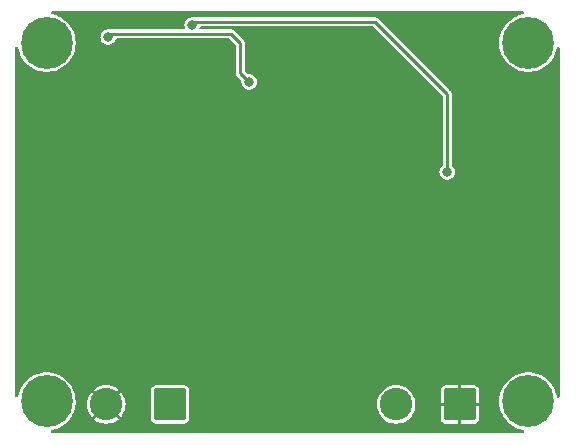
<source format=gbr>
%TF.GenerationSoftware,KiCad,Pcbnew,6.0.10-86aedd382b~118~ubuntu20.04.1*%
%TF.CreationDate,2024-03-04T22:47:07-05:00*%
%TF.ProjectId,cold-start-power-supply,636f6c64-2d73-4746-9172-742d706f7765,rev?*%
%TF.SameCoordinates,Original*%
%TF.FileFunction,Copper,L2,Bot*%
%TF.FilePolarity,Positive*%
%FSLAX46Y46*%
G04 Gerber Fmt 4.6, Leading zero omitted, Abs format (unit mm)*
G04 Created by KiCad (PCBNEW 6.0.10-86aedd382b~118~ubuntu20.04.1) date 2024-03-04 22:47:07*
%MOMM*%
%LPD*%
G01*
G04 APERTURE LIST*
G04 Aperture macros list*
%AMRoundRect*
0 Rectangle with rounded corners*
0 $1 Rounding radius*
0 $2 $3 $4 $5 $6 $7 $8 $9 X,Y pos of 4 corners*
0 Add a 4 corners polygon primitive as box body*
4,1,4,$2,$3,$4,$5,$6,$7,$8,$9,$2,$3,0*
0 Add four circle primitives for the rounded corners*
1,1,$1+$1,$2,$3*
1,1,$1+$1,$4,$5*
1,1,$1+$1,$6,$7*
1,1,$1+$1,$8,$9*
0 Add four rect primitives between the rounded corners*
20,1,$1+$1,$2,$3,$4,$5,0*
20,1,$1+$1,$4,$5,$6,$7,0*
20,1,$1+$1,$6,$7,$8,$9,0*
20,1,$1+$1,$8,$9,$2,$3,0*%
G04 Aperture macros list end*
%TA.AperFunction,ComponentPad*%
%ADD10RoundRect,0.250000X1.125000X1.125000X-1.125000X1.125000X-1.125000X-1.125000X1.125000X-1.125000X0*%
%TD*%
%TA.AperFunction,ComponentPad*%
%ADD11C,2.750000*%
%TD*%
%TA.AperFunction,ComponentPad*%
%ADD12C,0.700000*%
%TD*%
%TA.AperFunction,ComponentPad*%
%ADD13C,4.400000*%
%TD*%
%TA.AperFunction,ViaPad*%
%ADD14C,0.800000*%
%TD*%
%TA.AperFunction,Conductor*%
%ADD15C,0.250000*%
%TD*%
G04 APERTURE END LIST*
D10*
%TO.P,J1,1,Pin_1*%
%TO.N,GND*%
X148402000Y-110871000D03*
D11*
%TO.P,J1,2,Pin_2*%
%TO.N,/VIN*%
X143002000Y-110871000D03*
%TD*%
D12*
%TO.P,H4,1*%
%TO.N,N/C*%
X153011274Y-109450274D03*
X155344726Y-109450274D03*
X154178000Y-108967000D03*
X155344726Y-111783726D03*
X155828000Y-110617000D03*
X154178000Y-112267000D03*
D13*
X154178000Y-110617000D03*
D12*
X152528000Y-110617000D03*
X153011274Y-111783726D03*
%TD*%
%TO.P,H1,1*%
%TO.N,N/C*%
X111761000Y-80264000D03*
X112244274Y-81430726D03*
X115061000Y-80264000D03*
D13*
X113411000Y-80264000D03*
D12*
X114577726Y-79097274D03*
X112244274Y-79097274D03*
X113411000Y-78614000D03*
X113411000Y-81914000D03*
X114577726Y-81430726D03*
%TD*%
D10*
%TO.P,J2,1,Pin_1*%
%TO.N,/VOUT*%
X123858000Y-110871000D03*
D11*
%TO.P,J2,2,Pin_2*%
%TO.N,GND*%
X118458000Y-110871000D03*
%TD*%
D12*
%TO.P,H3,1*%
%TO.N,N/C*%
X115061000Y-110617000D03*
X112244274Y-109450274D03*
X113411000Y-112267000D03*
X111761000Y-110617000D03*
X114577726Y-111783726D03*
D13*
X113411000Y-110617000D03*
D12*
X113411000Y-108967000D03*
X114577726Y-109450274D03*
X112244274Y-111783726D03*
%TD*%
%TO.P,H2,1*%
%TO.N,N/C*%
X153011274Y-81430726D03*
X153011274Y-79097274D03*
X155344726Y-81430726D03*
X155828000Y-80264000D03*
D13*
X154178000Y-80264000D03*
D12*
X154178000Y-81914000D03*
X152528000Y-80264000D03*
X155344726Y-79097274D03*
X154178000Y-78614000D03*
%TD*%
D14*
%TO.N,GND*%
X114554000Y-98044000D03*
X116840000Y-104902000D03*
X114554000Y-99060000D03*
X114554000Y-101473000D03*
X138684000Y-80010000D03*
X114935000Y-88392000D03*
X139446000Y-101473000D03*
X133604000Y-105664000D03*
X139446000Y-98044000D03*
X114935000Y-90170000D03*
X135128000Y-105664000D03*
X149098000Y-86360000D03*
X128778000Y-81788000D03*
X138684000Y-83439000D03*
X153416000Y-86360000D03*
X153924000Y-88392000D03*
X125095000Y-88011000D03*
X132080000Y-105664000D03*
X139446000Y-100330000D03*
X128778000Y-80645000D03*
X115697000Y-104902000D03*
X122174000Y-83058000D03*
X152273000Y-86360000D03*
X138811000Y-105664000D03*
X138684000Y-84582000D03*
X128778000Y-82931000D03*
X122174000Y-81788000D03*
X114554000Y-104902000D03*
X114554000Y-102616000D03*
X119761000Y-88011000D03*
X114554000Y-94488000D03*
X114554000Y-95504000D03*
X138684000Y-82296000D03*
X128016000Y-106807000D03*
X122174000Y-80645000D03*
X139446000Y-99187000D03*
X153924000Y-89535000D03*
X114554000Y-96520000D03*
X151130000Y-86360000D03*
X128016000Y-105664000D03*
X114935000Y-84836000D03*
X153924000Y-87249000D03*
X114554000Y-100076000D03*
X138684000Y-81153000D03*
X114554000Y-103759000D03*
X128016000Y-107950000D03*
X150114000Y-86360000D03*
X120777000Y-88011000D03*
X124079000Y-88011000D03*
%TO.N,/VIN*%
X125730000Y-78740000D03*
X147320000Y-91186000D03*
%TO.N,/SOURCE*%
X130556000Y-83566000D03*
X118618000Y-79756000D03*
%TD*%
D15*
%TO.N,/VIN*%
X125984000Y-78486000D02*
X125730000Y-78740000D01*
X147320000Y-91186000D02*
X147320000Y-84582000D01*
X147320000Y-84582000D02*
X141732000Y-78994000D01*
X141224000Y-78486000D02*
X125984000Y-78486000D01*
X141732000Y-78994000D02*
X141224000Y-78486000D01*
%TO.N,/SOURCE*%
X129794000Y-82550000D02*
X129794000Y-80264000D01*
X130556000Y-83566000D02*
X129794000Y-82804000D01*
X118872000Y-79502000D02*
X118618000Y-79756000D01*
X129032000Y-79502000D02*
X118872000Y-79502000D01*
X129794000Y-82804000D02*
X129794000Y-82550000D01*
X129794000Y-80264000D02*
X129032000Y-79502000D01*
%TD*%
%TA.AperFunction,Conductor*%
%TO.N,GND*%
G36*
X153767935Y-77617502D02*
G01*
X153814428Y-77671158D01*
X153824532Y-77741432D01*
X153795038Y-77806012D01*
X153735312Y-77844396D01*
X153723416Y-77847270D01*
X153721101Y-77847712D01*
X153717163Y-77848209D01*
X153418018Y-77925016D01*
X153130858Y-78038711D01*
X153127399Y-78040612D01*
X153127396Y-78040614D01*
X153016318Y-78101680D01*
X152860213Y-78187500D01*
X152857009Y-78189828D01*
X152857004Y-78189831D01*
X152613553Y-78366708D01*
X152610349Y-78369036D01*
X152385209Y-78580457D01*
X152188342Y-78818429D01*
X152022853Y-79079198D01*
X151891351Y-79358652D01*
X151795912Y-79652384D01*
X151738040Y-79955761D01*
X151718647Y-80264000D01*
X151738040Y-80572239D01*
X151795912Y-80875616D01*
X151891351Y-81169348D01*
X152022853Y-81448802D01*
X152188342Y-81709571D01*
X152385209Y-81947543D01*
X152610349Y-82158964D01*
X152613551Y-82161291D01*
X152613553Y-82161292D01*
X152857004Y-82338169D01*
X152857009Y-82338172D01*
X152860213Y-82340500D01*
X153130858Y-82489289D01*
X153418018Y-82602984D01*
X153717163Y-82679791D01*
X154023576Y-82718500D01*
X154332424Y-82718500D01*
X154638837Y-82679791D01*
X154937982Y-82602984D01*
X155225142Y-82489289D01*
X155495787Y-82340500D01*
X155498991Y-82338172D01*
X155498996Y-82338169D01*
X155742447Y-82161292D01*
X155742449Y-82161291D01*
X155745651Y-82158964D01*
X155970791Y-81947543D01*
X156167658Y-81709571D01*
X156333147Y-81448802D01*
X156464649Y-81169348D01*
X156560088Y-80875616D01*
X156594732Y-80694005D01*
X156627144Y-80630839D01*
X156688561Y-80595224D01*
X156759484Y-80598467D01*
X156817394Y-80639538D01*
X156843906Y-80705399D01*
X156844500Y-80717615D01*
X156844500Y-110163385D01*
X156824498Y-110231506D01*
X156770842Y-110277999D01*
X156700568Y-110288103D01*
X156635988Y-110258609D01*
X156597604Y-110198883D01*
X156594732Y-110186995D01*
X156590228Y-110163385D01*
X156560088Y-110005384D01*
X156464649Y-109711652D01*
X156333147Y-109432198D01*
X156323914Y-109417648D01*
X156221453Y-109256197D01*
X156167658Y-109171429D01*
X155970791Y-108933457D01*
X155745651Y-108722036D01*
X155742447Y-108719708D01*
X155498996Y-108542831D01*
X155498991Y-108542828D01*
X155495787Y-108540500D01*
X155225142Y-108391711D01*
X154937982Y-108278016D01*
X154638837Y-108201209D01*
X154332424Y-108162500D01*
X154023576Y-108162500D01*
X153717163Y-108201209D01*
X153418018Y-108278016D01*
X153130858Y-108391711D01*
X152860213Y-108540500D01*
X152857009Y-108542828D01*
X152857004Y-108542831D01*
X152613553Y-108719708D01*
X152610349Y-108722036D01*
X152385209Y-108933457D01*
X152188342Y-109171429D01*
X152134547Y-109256197D01*
X152032087Y-109417648D01*
X152022853Y-109432198D01*
X151891351Y-109711652D01*
X151795912Y-110005384D01*
X151738040Y-110308761D01*
X151718647Y-110617000D01*
X151738040Y-110925239D01*
X151795912Y-111228616D01*
X151891351Y-111522348D01*
X152022853Y-111801802D01*
X152024971Y-111805140D01*
X152024973Y-111805143D01*
X152044066Y-111835228D01*
X152188342Y-112062571D01*
X152385209Y-112300543D01*
X152610349Y-112511964D01*
X152613551Y-112514291D01*
X152613553Y-112514292D01*
X152857004Y-112691169D01*
X152857009Y-112691172D01*
X152860213Y-112693500D01*
X153130858Y-112842289D01*
X153418018Y-112955984D01*
X153717163Y-113032791D01*
X153721101Y-113033288D01*
X153723416Y-113033730D01*
X153786584Y-113066138D01*
X153822203Y-113127553D01*
X153818965Y-113198476D01*
X153777897Y-113256389D01*
X153712038Y-113282906D01*
X153699814Y-113283500D01*
X113889186Y-113283500D01*
X113821065Y-113263498D01*
X113774572Y-113209842D01*
X113764468Y-113139568D01*
X113793962Y-113074988D01*
X113853688Y-113036604D01*
X113865584Y-113033730D01*
X113867899Y-113033288D01*
X113871837Y-113032791D01*
X114170982Y-112955984D01*
X114458142Y-112842289D01*
X114728787Y-112693500D01*
X114731991Y-112691172D01*
X114731996Y-112691169D01*
X114975447Y-112514292D01*
X114975449Y-112514291D01*
X114978651Y-112511964D01*
X115203791Y-112300543D01*
X115361505Y-112109899D01*
X117404851Y-112109899D01*
X117411638Y-112119600D01*
X117493772Y-112189748D01*
X117501754Y-112195548D01*
X117711943Y-112324352D01*
X117720737Y-112328833D01*
X117948482Y-112423168D01*
X117957867Y-112426217D01*
X118197567Y-112483764D01*
X118207314Y-112485307D01*
X118453070Y-112504649D01*
X118462930Y-112504649D01*
X118708686Y-112485307D01*
X118718433Y-112483764D01*
X118958133Y-112426217D01*
X118967518Y-112423168D01*
X119195263Y-112328833D01*
X119204057Y-112324352D01*
X119414246Y-112195548D01*
X119422228Y-112189748D01*
X119502792Y-112120941D01*
X119511222Y-112108027D01*
X119505215Y-112097820D01*
X119451151Y-112043756D01*
X122228500Y-112043756D01*
X122235202Y-112105448D01*
X122285929Y-112240764D01*
X122291309Y-112247943D01*
X122291311Y-112247946D01*
X122332762Y-112303254D01*
X122372596Y-112356404D01*
X122379776Y-112361785D01*
X122481054Y-112437689D01*
X122481057Y-112437691D01*
X122488236Y-112443071D01*
X122577954Y-112476704D01*
X122616157Y-112491026D01*
X122616159Y-112491026D01*
X122623552Y-112493798D01*
X122631402Y-112494651D01*
X122631403Y-112494651D01*
X122680632Y-112499999D01*
X122685244Y-112500500D01*
X125030756Y-112500500D01*
X125035368Y-112499999D01*
X125084597Y-112494651D01*
X125084598Y-112494651D01*
X125092448Y-112493798D01*
X125099841Y-112491026D01*
X125099843Y-112491026D01*
X125138046Y-112476704D01*
X125227764Y-112443071D01*
X125234943Y-112437691D01*
X125234946Y-112437689D01*
X125336224Y-112361785D01*
X125343404Y-112356404D01*
X125383238Y-112303254D01*
X125424689Y-112247946D01*
X125424691Y-112247943D01*
X125430071Y-112240764D01*
X125480798Y-112105448D01*
X125487500Y-112043756D01*
X125487500Y-110871000D01*
X141367461Y-110871000D01*
X141387585Y-111126698D01*
X141447461Y-111376100D01*
X141449354Y-111380671D01*
X141449355Y-111380673D01*
X141506476Y-111518574D01*
X141545615Y-111613065D01*
X141679630Y-111831758D01*
X141846206Y-112026794D01*
X142041242Y-112193370D01*
X142259935Y-112327385D01*
X142264505Y-112329278D01*
X142264509Y-112329280D01*
X142492327Y-112423645D01*
X142496900Y-112425539D01*
X142569926Y-112443071D01*
X142741489Y-112484260D01*
X142741495Y-112484261D01*
X142746302Y-112485415D01*
X143002000Y-112505539D01*
X143257698Y-112485415D01*
X143262505Y-112484261D01*
X143262511Y-112484260D01*
X143434074Y-112443071D01*
X143507100Y-112425539D01*
X143511673Y-112423645D01*
X143739491Y-112329280D01*
X143739495Y-112329278D01*
X143744065Y-112327385D01*
X143962758Y-112193370D01*
X144141990Y-112040292D01*
X146773001Y-112040292D01*
X146773370Y-112047110D01*
X146778841Y-112097482D01*
X146782470Y-112112741D01*
X146827222Y-112232118D01*
X146835754Y-112247704D01*
X146911572Y-112348867D01*
X146924133Y-112361428D01*
X147025296Y-112437246D01*
X147040882Y-112445778D01*
X147160265Y-112490533D01*
X147175510Y-112494158D01*
X147225892Y-112499631D01*
X147232706Y-112500000D01*
X148256885Y-112500000D01*
X148272124Y-112495525D01*
X148273329Y-112494135D01*
X148275000Y-112486452D01*
X148275000Y-112481884D01*
X148529000Y-112481884D01*
X148533475Y-112497123D01*
X148534865Y-112498328D01*
X148542548Y-112499999D01*
X149571292Y-112499999D01*
X149578110Y-112499630D01*
X149628482Y-112494159D01*
X149643741Y-112490530D01*
X149763118Y-112445778D01*
X149778704Y-112437246D01*
X149879867Y-112361428D01*
X149892428Y-112348867D01*
X149968246Y-112247704D01*
X149976778Y-112232118D01*
X150021533Y-112112735D01*
X150025158Y-112097490D01*
X150030631Y-112047108D01*
X150031000Y-112040294D01*
X150031000Y-111016115D01*
X150026525Y-111000876D01*
X150025135Y-110999671D01*
X150017452Y-110998000D01*
X148547115Y-110998000D01*
X148531876Y-111002475D01*
X148530671Y-111003865D01*
X148529000Y-111011548D01*
X148529000Y-112481884D01*
X148275000Y-112481884D01*
X148275000Y-111016115D01*
X148270525Y-111000876D01*
X148269135Y-110999671D01*
X148261452Y-110998000D01*
X146791116Y-110998000D01*
X146775877Y-111002475D01*
X146774672Y-111003865D01*
X146773001Y-111011548D01*
X146773001Y-112040292D01*
X144141990Y-112040292D01*
X144157794Y-112026794D01*
X144324370Y-111831758D01*
X144458385Y-111613065D01*
X144497525Y-111518574D01*
X144554645Y-111380673D01*
X144554646Y-111380671D01*
X144556539Y-111376100D01*
X144616415Y-111126698D01*
X144636539Y-110871000D01*
X144625118Y-110725885D01*
X146773000Y-110725885D01*
X146777475Y-110741124D01*
X146778865Y-110742329D01*
X146786548Y-110744000D01*
X148256885Y-110744000D01*
X148272124Y-110739525D01*
X148273329Y-110738135D01*
X148275000Y-110730452D01*
X148275000Y-110725885D01*
X148529000Y-110725885D01*
X148533475Y-110741124D01*
X148534865Y-110742329D01*
X148542548Y-110744000D01*
X150012884Y-110744000D01*
X150028123Y-110739525D01*
X150029328Y-110738135D01*
X150030999Y-110730452D01*
X150030999Y-109701708D01*
X150030630Y-109694890D01*
X150025159Y-109644518D01*
X150021530Y-109629259D01*
X149976778Y-109509882D01*
X149968246Y-109494296D01*
X149892428Y-109393133D01*
X149879867Y-109380572D01*
X149778704Y-109304754D01*
X149763118Y-109296222D01*
X149643735Y-109251467D01*
X149628490Y-109247842D01*
X149578108Y-109242369D01*
X149571294Y-109242000D01*
X148547115Y-109242000D01*
X148531876Y-109246475D01*
X148530671Y-109247865D01*
X148529000Y-109255548D01*
X148529000Y-110725885D01*
X148275000Y-110725885D01*
X148275000Y-109260116D01*
X148270525Y-109244877D01*
X148269135Y-109243672D01*
X148261452Y-109242001D01*
X147232708Y-109242001D01*
X147225890Y-109242370D01*
X147175518Y-109247841D01*
X147160259Y-109251470D01*
X147040882Y-109296222D01*
X147025296Y-109304754D01*
X146924133Y-109380572D01*
X146911572Y-109393133D01*
X146835754Y-109494296D01*
X146827222Y-109509882D01*
X146782467Y-109629265D01*
X146778842Y-109644510D01*
X146773369Y-109694892D01*
X146773000Y-109701706D01*
X146773000Y-110725885D01*
X144625118Y-110725885D01*
X144616415Y-110615302D01*
X144556539Y-110365900D01*
X144534513Y-110312724D01*
X144460280Y-110133509D01*
X144460278Y-110133505D01*
X144458385Y-110128935D01*
X144324370Y-109910242D01*
X144157794Y-109715206D01*
X143962758Y-109548630D01*
X143744065Y-109414615D01*
X143739495Y-109412722D01*
X143739491Y-109412720D01*
X143511673Y-109318355D01*
X143511671Y-109318354D01*
X143507100Y-109316461D01*
X143420607Y-109295696D01*
X143262511Y-109257740D01*
X143262505Y-109257739D01*
X143257698Y-109256585D01*
X143002000Y-109236461D01*
X142746302Y-109256585D01*
X142741495Y-109257739D01*
X142741489Y-109257740D01*
X142583393Y-109295696D01*
X142496900Y-109316461D01*
X142492329Y-109318354D01*
X142492327Y-109318355D01*
X142264509Y-109412720D01*
X142264505Y-109412722D01*
X142259935Y-109414615D01*
X142041242Y-109548630D01*
X141846206Y-109715206D01*
X141679630Y-109910242D01*
X141545615Y-110128935D01*
X141543722Y-110133505D01*
X141543720Y-110133509D01*
X141469487Y-110312724D01*
X141447461Y-110365900D01*
X141387585Y-110615302D01*
X141367461Y-110871000D01*
X125487500Y-110871000D01*
X125487500Y-109698244D01*
X125480798Y-109636552D01*
X125430071Y-109501236D01*
X125424691Y-109494057D01*
X125424689Y-109494054D01*
X125348785Y-109392776D01*
X125343404Y-109385596D01*
X125254321Y-109318832D01*
X125234946Y-109304311D01*
X125234943Y-109304309D01*
X125227764Y-109298929D01*
X125101166Y-109251470D01*
X125099843Y-109250974D01*
X125099841Y-109250974D01*
X125092448Y-109248202D01*
X125084598Y-109247349D01*
X125084597Y-109247349D01*
X125034153Y-109241869D01*
X125034152Y-109241869D01*
X125030756Y-109241500D01*
X122685244Y-109241500D01*
X122681848Y-109241869D01*
X122681847Y-109241869D01*
X122631403Y-109247349D01*
X122631402Y-109247349D01*
X122623552Y-109248202D01*
X122616159Y-109250974D01*
X122616157Y-109250974D01*
X122614834Y-109251470D01*
X122488236Y-109298929D01*
X122481057Y-109304309D01*
X122481054Y-109304311D01*
X122461679Y-109318832D01*
X122372596Y-109385596D01*
X122367215Y-109392776D01*
X122291311Y-109494054D01*
X122291309Y-109494057D01*
X122285929Y-109501236D01*
X122235202Y-109636552D01*
X122228500Y-109698244D01*
X122228500Y-112043756D01*
X119451151Y-112043756D01*
X118470812Y-111063417D01*
X118456868Y-111055803D01*
X118455035Y-111055934D01*
X118448420Y-111060185D01*
X117412243Y-112096362D01*
X117404851Y-112109899D01*
X115361505Y-112109899D01*
X115400658Y-112062571D01*
X115544934Y-111835228D01*
X115564027Y-111805143D01*
X115564029Y-111805140D01*
X115566147Y-111801802D01*
X115697649Y-111522348D01*
X115793088Y-111228616D01*
X115850960Y-110925239D01*
X115854062Y-110875930D01*
X116824351Y-110875930D01*
X116843693Y-111121686D01*
X116845236Y-111131433D01*
X116902783Y-111371133D01*
X116905832Y-111380518D01*
X117000167Y-111608263D01*
X117004648Y-111617057D01*
X117133452Y-111827246D01*
X117139252Y-111835228D01*
X117208059Y-111915792D01*
X117220973Y-111924222D01*
X117231180Y-111918215D01*
X118265583Y-110883812D01*
X118271961Y-110872132D01*
X118642803Y-110872132D01*
X118642934Y-110873965D01*
X118647185Y-110880580D01*
X119683362Y-111916757D01*
X119696899Y-111924149D01*
X119706600Y-111917362D01*
X119776748Y-111835228D01*
X119782548Y-111827246D01*
X119911352Y-111617057D01*
X119915833Y-111608263D01*
X120010168Y-111380518D01*
X120013217Y-111371133D01*
X120070764Y-111131433D01*
X120072307Y-111121686D01*
X120091649Y-110875930D01*
X120091649Y-110866070D01*
X120072307Y-110620314D01*
X120070764Y-110610567D01*
X120013217Y-110370867D01*
X120010168Y-110361482D01*
X119915833Y-110133737D01*
X119911352Y-110124943D01*
X119782548Y-109914754D01*
X119776748Y-109906772D01*
X119707941Y-109826208D01*
X119695027Y-109817778D01*
X119684820Y-109823785D01*
X118650417Y-110858188D01*
X118642803Y-110872132D01*
X118271961Y-110872132D01*
X118273197Y-110869868D01*
X118273066Y-110868035D01*
X118268815Y-110861420D01*
X117232638Y-109825243D01*
X117219101Y-109817851D01*
X117209400Y-109824638D01*
X117139252Y-109906772D01*
X117133452Y-109914754D01*
X117004648Y-110124943D01*
X117000167Y-110133737D01*
X116905832Y-110361482D01*
X116902783Y-110370867D01*
X116845236Y-110610567D01*
X116843693Y-110620314D01*
X116824351Y-110866070D01*
X116824351Y-110875930D01*
X115854062Y-110875930D01*
X115870353Y-110617000D01*
X115850960Y-110308761D01*
X115793088Y-110005384D01*
X115697649Y-109711652D01*
X115661096Y-109633973D01*
X117404778Y-109633973D01*
X117410785Y-109644180D01*
X118445188Y-110678583D01*
X118459132Y-110686197D01*
X118460965Y-110686066D01*
X118467580Y-110681815D01*
X119503757Y-109645638D01*
X119511149Y-109632101D01*
X119504362Y-109622400D01*
X119422228Y-109552252D01*
X119414246Y-109546452D01*
X119204057Y-109417648D01*
X119195263Y-109413167D01*
X118967518Y-109318832D01*
X118958133Y-109315783D01*
X118718433Y-109258236D01*
X118708686Y-109256693D01*
X118462930Y-109237351D01*
X118453070Y-109237351D01*
X118207314Y-109256693D01*
X118197567Y-109258236D01*
X117957867Y-109315783D01*
X117948482Y-109318832D01*
X117720737Y-109413167D01*
X117711943Y-109417648D01*
X117501754Y-109546452D01*
X117493772Y-109552252D01*
X117413208Y-109621059D01*
X117404778Y-109633973D01*
X115661096Y-109633973D01*
X115566147Y-109432198D01*
X115556914Y-109417648D01*
X115454453Y-109256197D01*
X115400658Y-109171429D01*
X115203791Y-108933457D01*
X114978651Y-108722036D01*
X114975447Y-108719708D01*
X114731996Y-108542831D01*
X114731991Y-108542828D01*
X114728787Y-108540500D01*
X114458142Y-108391711D01*
X114170982Y-108278016D01*
X113871837Y-108201209D01*
X113565424Y-108162500D01*
X113256576Y-108162500D01*
X112950163Y-108201209D01*
X112651018Y-108278016D01*
X112363858Y-108391711D01*
X112093213Y-108540500D01*
X112090009Y-108542828D01*
X112090004Y-108542831D01*
X111846553Y-108719708D01*
X111843349Y-108722036D01*
X111618209Y-108933457D01*
X111421342Y-109171429D01*
X111367547Y-109256197D01*
X111265087Y-109417648D01*
X111255853Y-109432198D01*
X111124351Y-109711652D01*
X111028912Y-110005384D01*
X110998772Y-110163385D01*
X110994268Y-110186995D01*
X110961856Y-110250161D01*
X110900439Y-110285776D01*
X110829516Y-110282533D01*
X110771606Y-110241462D01*
X110745094Y-110175601D01*
X110744500Y-110163385D01*
X110744500Y-80717615D01*
X110764502Y-80649494D01*
X110818158Y-80603001D01*
X110888432Y-80592897D01*
X110953012Y-80622391D01*
X110991396Y-80682117D01*
X110994268Y-80694005D01*
X111028912Y-80875616D01*
X111124351Y-81169348D01*
X111255853Y-81448802D01*
X111421342Y-81709571D01*
X111618209Y-81947543D01*
X111843349Y-82158964D01*
X111846551Y-82161291D01*
X111846553Y-82161292D01*
X112090004Y-82338169D01*
X112090009Y-82338172D01*
X112093213Y-82340500D01*
X112363858Y-82489289D01*
X112651018Y-82602984D01*
X112950163Y-82679791D01*
X113256576Y-82718500D01*
X113565424Y-82718500D01*
X113871837Y-82679791D01*
X114170982Y-82602984D01*
X114458142Y-82489289D01*
X114728787Y-82340500D01*
X114731991Y-82338172D01*
X114731996Y-82338169D01*
X114975447Y-82161292D01*
X114975449Y-82161291D01*
X114978651Y-82158964D01*
X115203791Y-81947543D01*
X115400658Y-81709571D01*
X115566147Y-81448802D01*
X115697649Y-81169348D01*
X115793088Y-80875616D01*
X115850960Y-80572239D01*
X115870353Y-80264000D01*
X115850960Y-79955761D01*
X115811537Y-79749096D01*
X117958729Y-79749096D01*
X117959563Y-79756646D01*
X117974116Y-79888462D01*
X117976113Y-79906553D01*
X117978723Y-79913684D01*
X117978723Y-79913686D01*
X118024396Y-80038493D01*
X118030553Y-80055319D01*
X118034789Y-80061622D01*
X118034789Y-80061623D01*
X118093106Y-80148407D01*
X118118908Y-80186805D01*
X118124527Y-80191918D01*
X118124528Y-80191919D01*
X118212294Y-80271779D01*
X118236076Y-80293419D01*
X118375293Y-80369008D01*
X118528522Y-80409207D01*
X118612477Y-80410526D01*
X118679319Y-80411576D01*
X118679322Y-80411576D01*
X118686916Y-80411695D01*
X118841332Y-80376329D01*
X118911742Y-80340917D01*
X118976072Y-80308563D01*
X118976075Y-80308561D01*
X118982855Y-80305151D01*
X118988626Y-80300222D01*
X118988629Y-80300220D01*
X119097536Y-80207204D01*
X119097536Y-80207203D01*
X119103314Y-80202269D01*
X119195755Y-80073624D01*
X119241230Y-79960503D01*
X119285197Y-79904759D01*
X119358137Y-79881500D01*
X128822616Y-79881500D01*
X128890737Y-79901502D01*
X128911711Y-79918405D01*
X129377595Y-80384289D01*
X129411621Y-80446601D01*
X129414500Y-80473384D01*
X129414500Y-82750080D01*
X129411951Y-82774028D01*
X129411872Y-82775693D01*
X129409680Y-82785876D01*
X129410904Y-82796217D01*
X129413627Y-82819223D01*
X129413977Y-82825154D01*
X129414072Y-82825146D01*
X129414500Y-82830324D01*
X129414500Y-82835524D01*
X129415354Y-82840653D01*
X129415354Y-82840656D01*
X129417669Y-82854565D01*
X129418506Y-82860443D01*
X129424530Y-82911341D01*
X129428493Y-82919593D01*
X129429996Y-82928626D01*
X129434943Y-82937795D01*
X129434944Y-82937797D01*
X129454334Y-82973732D01*
X129457031Y-82979025D01*
X129475785Y-83018082D01*
X129475788Y-83018086D01*
X129479219Y-83025232D01*
X129482814Y-83029508D01*
X129484737Y-83031431D01*
X129486509Y-83033363D01*
X129486552Y-83033442D01*
X129486428Y-83033555D01*
X129486904Y-83034095D01*
X129489990Y-83039814D01*
X129497635Y-83046881D01*
X129529586Y-83076416D01*
X129533152Y-83079846D01*
X129866249Y-83412943D01*
X129900275Y-83475255D01*
X129902076Y-83518482D01*
X129896729Y-83559096D01*
X129914113Y-83716553D01*
X129968553Y-83865319D01*
X130056908Y-83996805D01*
X130062527Y-84001918D01*
X130062528Y-84001919D01*
X130073903Y-84012269D01*
X130174076Y-84103419D01*
X130313293Y-84179008D01*
X130466522Y-84219207D01*
X130550477Y-84220526D01*
X130617319Y-84221576D01*
X130617322Y-84221576D01*
X130624916Y-84221695D01*
X130779332Y-84186329D01*
X130849742Y-84150917D01*
X130914072Y-84118563D01*
X130914075Y-84118561D01*
X130920855Y-84115151D01*
X130926626Y-84110222D01*
X130926629Y-84110220D01*
X131035536Y-84017204D01*
X131035536Y-84017203D01*
X131041314Y-84012269D01*
X131133755Y-83883624D01*
X131192842Y-83736641D01*
X131215162Y-83579807D01*
X131215307Y-83566000D01*
X131213561Y-83551567D01*
X131197188Y-83416273D01*
X131196276Y-83408733D01*
X131140280Y-83260546D01*
X131050553Y-83129992D01*
X130932275Y-83024611D01*
X130792274Y-82950484D01*
X130638633Y-82911892D01*
X130631034Y-82911852D01*
X130631033Y-82911852D01*
X130570626Y-82911536D01*
X130489335Y-82911110D01*
X130421321Y-82890752D01*
X130400901Y-82874207D01*
X130210405Y-82683711D01*
X130176379Y-82621399D01*
X130173500Y-82594616D01*
X130173500Y-80317925D01*
X130176050Y-80293967D01*
X130176128Y-80292308D01*
X130178321Y-80282124D01*
X130177097Y-80271782D01*
X130177097Y-80271779D01*
X130174374Y-80248779D01*
X130174024Y-80242848D01*
X130173928Y-80242856D01*
X130173500Y-80237680D01*
X130173500Y-80232476D01*
X130170327Y-80213412D01*
X130169496Y-80207566D01*
X130164694Y-80167001D01*
X130163470Y-80156659D01*
X130159507Y-80148407D01*
X130158004Y-80139374D01*
X130133665Y-80094266D01*
X130130969Y-80088975D01*
X130112215Y-80049919D01*
X130112214Y-80049918D01*
X130108781Y-80042768D01*
X130105187Y-80038493D01*
X130103262Y-80036568D01*
X130101491Y-80034638D01*
X130101445Y-80034553D01*
X130101568Y-80034441D01*
X130101096Y-80033906D01*
X130098010Y-80028186D01*
X130058413Y-79991583D01*
X130054848Y-79988154D01*
X129338478Y-79271784D01*
X129323336Y-79253036D01*
X129322221Y-79251811D01*
X129316571Y-79243060D01*
X129308393Y-79236613D01*
X129308391Y-79236611D01*
X129290200Y-79222271D01*
X129285759Y-79218325D01*
X129285697Y-79218398D01*
X129281733Y-79215039D01*
X129278056Y-79211362D01*
X129262308Y-79200108D01*
X129257638Y-79196602D01*
X129217353Y-79164844D01*
X129208719Y-79161812D01*
X129201266Y-79156486D01*
X129152150Y-79141797D01*
X129146508Y-79139964D01*
X129105633Y-79125610D01*
X129105632Y-79125610D01*
X129098149Y-79122982D01*
X129092584Y-79122500D01*
X129089876Y-79122500D01*
X129087242Y-79122386D01*
X129087144Y-79122357D01*
X129087151Y-79122193D01*
X129086447Y-79122149D01*
X129080222Y-79120287D01*
X129026365Y-79122403D01*
X129021418Y-79122500D01*
X126468127Y-79122500D01*
X126400006Y-79102498D01*
X126353513Y-79048842D01*
X126343409Y-78978568D01*
X126351220Y-78949503D01*
X126353230Y-78944503D01*
X126397197Y-78888759D01*
X126470137Y-78865500D01*
X141014615Y-78865500D01*
X141082736Y-78885502D01*
X141103711Y-78902405D01*
X141302367Y-79101062D01*
X141485942Y-79284637D01*
X141485957Y-79284651D01*
X146903595Y-84702289D01*
X146937621Y-84764601D01*
X146940500Y-84791384D01*
X146940500Y-90591187D01*
X146920498Y-90659308D01*
X146897330Y-90686135D01*
X146830039Y-90744838D01*
X146738950Y-90874444D01*
X146681406Y-91022037D01*
X146660729Y-91179096D01*
X146678113Y-91336553D01*
X146732553Y-91485319D01*
X146820908Y-91616805D01*
X146826527Y-91621918D01*
X146826528Y-91621919D01*
X146837903Y-91632269D01*
X146938076Y-91723419D01*
X147077293Y-91799008D01*
X147230522Y-91839207D01*
X147314477Y-91840526D01*
X147381319Y-91841576D01*
X147381322Y-91841576D01*
X147388916Y-91841695D01*
X147543332Y-91806329D01*
X147613742Y-91770917D01*
X147678072Y-91738563D01*
X147678075Y-91738561D01*
X147684855Y-91735151D01*
X147690626Y-91730222D01*
X147690629Y-91730220D01*
X147799536Y-91637204D01*
X147799536Y-91637203D01*
X147805314Y-91632269D01*
X147897755Y-91503624D01*
X147956842Y-91356641D01*
X147979162Y-91199807D01*
X147979307Y-91186000D01*
X147960276Y-91028733D01*
X147904280Y-90880546D01*
X147814553Y-90749992D01*
X147741681Y-90685065D01*
X147704126Y-90624816D01*
X147699500Y-90590989D01*
X147699500Y-84635920D01*
X147702049Y-84611973D01*
X147702128Y-84610307D01*
X147704320Y-84600124D01*
X147703096Y-84589782D01*
X147703096Y-84589779D01*
X147700374Y-84566787D01*
X147700023Y-84560846D01*
X147699928Y-84560854D01*
X147699500Y-84555674D01*
X147699500Y-84550476D01*
X147696329Y-84531424D01*
X147695492Y-84525547D01*
X147690693Y-84484997D01*
X147690692Y-84484995D01*
X147689469Y-84474659D01*
X147685508Y-84466410D01*
X147684004Y-84457374D01*
X147679056Y-84448203D01*
X147659652Y-84412240D01*
X147656957Y-84406951D01*
X147638212Y-84367915D01*
X147634780Y-84360768D01*
X147631186Y-84356492D01*
X147629246Y-84354552D01*
X147627493Y-84352641D01*
X147627444Y-84352551D01*
X147627567Y-84352439D01*
X147627095Y-84351904D01*
X147624010Y-84346186D01*
X147584413Y-84309583D01*
X147580848Y-84306154D01*
X141530478Y-78255784D01*
X141515336Y-78237036D01*
X141514221Y-78235811D01*
X141508571Y-78227060D01*
X141500393Y-78220613D01*
X141500391Y-78220611D01*
X141482200Y-78206271D01*
X141477759Y-78202325D01*
X141477697Y-78202398D01*
X141473733Y-78199039D01*
X141470056Y-78195362D01*
X141454308Y-78184108D01*
X141449638Y-78180602D01*
X141409353Y-78148844D01*
X141400719Y-78145812D01*
X141393266Y-78140486D01*
X141344150Y-78125797D01*
X141338508Y-78123964D01*
X141297633Y-78109610D01*
X141297632Y-78109610D01*
X141290149Y-78106982D01*
X141284584Y-78106500D01*
X141281876Y-78106500D01*
X141279242Y-78106386D01*
X141279144Y-78106357D01*
X141279151Y-78106193D01*
X141278447Y-78106149D01*
X141272222Y-78104287D01*
X141218365Y-78106403D01*
X141213418Y-78106500D01*
X126037920Y-78106500D01*
X126013973Y-78103951D01*
X126012307Y-78103872D01*
X126002124Y-78101680D01*
X125991782Y-78102904D01*
X125991779Y-78102904D01*
X125968787Y-78105626D01*
X125962846Y-78105977D01*
X125962854Y-78106072D01*
X125957675Y-78106500D01*
X125952476Y-78106500D01*
X125947350Y-78107353D01*
X125947341Y-78107354D01*
X125943616Y-78107974D01*
X125892239Y-78105887D01*
X125820004Y-78087743D01*
X125820000Y-78087743D01*
X125812633Y-78085892D01*
X125805033Y-78085852D01*
X125805032Y-78085852D01*
X125740232Y-78085513D01*
X125654221Y-78085062D01*
X125646841Y-78086834D01*
X125646839Y-78086834D01*
X125507563Y-78120271D01*
X125507560Y-78120272D01*
X125500184Y-78122043D01*
X125359414Y-78194700D01*
X125240039Y-78298838D01*
X125148950Y-78428444D01*
X125091406Y-78576037D01*
X125070729Y-78733096D01*
X125088113Y-78890553D01*
X125090723Y-78897684D01*
X125090723Y-78897686D01*
X125111038Y-78953199D01*
X125115664Y-79024045D01*
X125081254Y-79086145D01*
X125018733Y-79119784D01*
X124992712Y-79122500D01*
X118925920Y-79122500D01*
X118901973Y-79119951D01*
X118900307Y-79119872D01*
X118890124Y-79117680D01*
X118879782Y-79118904D01*
X118879779Y-79118904D01*
X118856787Y-79121626D01*
X118850846Y-79121977D01*
X118850854Y-79122072D01*
X118845675Y-79122500D01*
X118840476Y-79122500D01*
X118835350Y-79123353D01*
X118835341Y-79123354D01*
X118831616Y-79123974D01*
X118780239Y-79121887D01*
X118708004Y-79103743D01*
X118708000Y-79103743D01*
X118700633Y-79101892D01*
X118693033Y-79101852D01*
X118693032Y-79101852D01*
X118628232Y-79101513D01*
X118542221Y-79101062D01*
X118534841Y-79102834D01*
X118534839Y-79102834D01*
X118395563Y-79136271D01*
X118395560Y-79136272D01*
X118388184Y-79138043D01*
X118247414Y-79210700D01*
X118128039Y-79314838D01*
X118036950Y-79444444D01*
X117979406Y-79592037D01*
X117978414Y-79599570D01*
X117978414Y-79599571D01*
X117970948Y-79656285D01*
X117958729Y-79749096D01*
X115811537Y-79749096D01*
X115793088Y-79652384D01*
X115697649Y-79358652D01*
X115566147Y-79079198D01*
X115400658Y-78818429D01*
X115203791Y-78580457D01*
X114978651Y-78369036D01*
X114975447Y-78366708D01*
X114731996Y-78189831D01*
X114731991Y-78189828D01*
X114728787Y-78187500D01*
X114572682Y-78101680D01*
X114461604Y-78040614D01*
X114461601Y-78040612D01*
X114458142Y-78038711D01*
X114170982Y-77925016D01*
X113871837Y-77848209D01*
X113867899Y-77847712D01*
X113865584Y-77847270D01*
X113802416Y-77814862D01*
X113766797Y-77753447D01*
X113770035Y-77682524D01*
X113811103Y-77624611D01*
X113876962Y-77598094D01*
X113889186Y-77597500D01*
X153699814Y-77597500D01*
X153767935Y-77617502D01*
G37*
%TD.AperFunction*%
%TD*%
M02*

</source>
